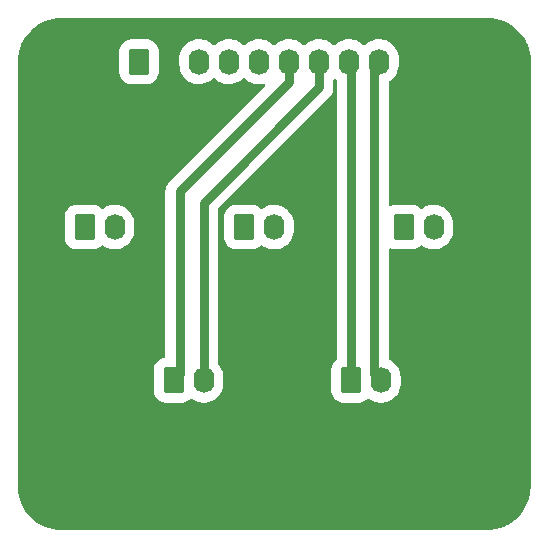
<source format=gbr>
%TF.GenerationSoftware,KiCad,Pcbnew,(6.0.0-rc1-76-g1e8284bc1a)*%
%TF.CreationDate,2022-09-28T09:07:56+05:30*%
%TF.ProjectId,extension_Board,65787465-6e73-4696-9f6e-5f426f617264,rev?*%
%TF.SameCoordinates,Original*%
%TF.FileFunction,Copper,L2,Bot*%
%TF.FilePolarity,Positive*%
%FSLAX46Y46*%
G04 Gerber Fmt 4.6, Leading zero omitted, Abs format (unit mm)*
G04 Created by KiCad (PCBNEW (6.0.0-rc1-76-g1e8284bc1a)) date 2022-09-28 09:07:56*
%MOMM*%
%LPD*%
G01*
G04 APERTURE LIST*
G04 Aperture macros list*
%AMRoundRect*
0 Rectangle with rounded corners*
0 $1 Rounding radius*
0 $2 $3 $4 $5 $6 $7 $8 $9 X,Y pos of 4 corners*
0 Add a 4 corners polygon primitive as box body*
4,1,4,$2,$3,$4,$5,$6,$7,$8,$9,$2,$3,0*
0 Add four circle primitives for the rounded corners*
1,1,$1+$1,$2,$3*
1,1,$1+$1,$4,$5*
1,1,$1+$1,$6,$7*
1,1,$1+$1,$8,$9*
0 Add four rect primitives between the rounded corners*
20,1,$1+$1,$2,$3,$4,$5,0*
20,1,$1+$1,$4,$5,$6,$7,0*
20,1,$1+$1,$6,$7,$8,$9,0*
20,1,$1+$1,$8,$9,$2,$3,0*%
G04 Aperture macros list end*
%TA.AperFunction,ComponentPad*%
%ADD10RoundRect,0.250000X-0.620000X-0.845000X0.620000X-0.845000X0.620000X0.845000X-0.620000X0.845000X0*%
%TD*%
%TA.AperFunction,ComponentPad*%
%ADD11O,1.740000X2.190000*%
%TD*%
%TA.AperFunction,ComponentPad*%
%ADD12C,6.000000*%
%TD*%
%TA.AperFunction,Conductor*%
%ADD13C,0.800000*%
%TD*%
G04 APERTURE END LIST*
D10*
%TO.P,J6,1,Pin_1*%
%TO.N,/M1+*%
X49000000Y-56500000D03*
D11*
%TO.P,J6,2,Pin_2*%
%TO.N,/M1-*%
X51540000Y-56500000D03*
%TD*%
D12*
%TO.P,H3,1*%
%TO.N,GNDREF*%
X75500000Y-65500000D03*
%TD*%
D10*
%TO.P,J3,1,Pin_1*%
%TO.N,+24V*%
X54960000Y-43520000D03*
D11*
%TO.P,J3,2,Pin_2*%
%TO.N,/sensor2*%
X57500000Y-43520000D03*
%TO.P,J3,3,Pin_3*%
%TO.N,GNDREF*%
X60040000Y-43520000D03*
%TD*%
D12*
%TO.P,H2,1*%
%TO.N,GNDREF*%
X75500000Y-29500000D03*
%TD*%
D10*
%TO.P,J4,1,Pin_1*%
%TO.N,+24V*%
X68460000Y-43520000D03*
D11*
%TO.P,J4,2,Pin_2*%
%TO.N,/sensor3*%
X71000000Y-43520000D03*
%TO.P,J4,3,Pin_3*%
%TO.N,GNDREF*%
X73540000Y-43520000D03*
%TD*%
D10*
%TO.P,J5,1,Pin_1*%
%TO.N,/M2+*%
X64000000Y-56500000D03*
D11*
%TO.P,J5,2,Pin_2*%
%TO.N,/M2-*%
X66540000Y-56500000D03*
%TD*%
D12*
%TO.P,H4,1*%
%TO.N,GNDREF*%
X39500000Y-65500000D03*
%TD*%
%TO.P,H1,1*%
%TO.N,GNDREF*%
X39500000Y-29500000D03*
%TD*%
D10*
%TO.P,J2,1,Pin_1*%
%TO.N,+24V*%
X41460000Y-43520000D03*
D11*
%TO.P,J2,2,Pin_2*%
%TO.N,/sensor1*%
X44000000Y-43520000D03*
%TO.P,J2,3,Pin_3*%
%TO.N,GNDREF*%
X46540000Y-43520000D03*
%TD*%
D10*
%TO.P,J1,1,Pin_1*%
%TO.N,+24V*%
X46070000Y-29520000D03*
D11*
%TO.P,J1,2,Pin_2*%
%TO.N,GNDREF*%
X48610000Y-29520000D03*
%TO.P,J1,3,Pin_3*%
%TO.N,/sensor1*%
X51150000Y-29520000D03*
%TO.P,J1,4,Pin_4*%
%TO.N,/sensor2*%
X53690000Y-29520000D03*
%TO.P,J1,5,Pin_5*%
%TO.N,/sensor3*%
X56230000Y-29520000D03*
%TO.P,J1,6,Pin_6*%
%TO.N,/M1+*%
X58770000Y-29520000D03*
%TO.P,J1,7,Pin_7*%
%TO.N,/M1-*%
X61310000Y-29520000D03*
%TO.P,J1,8,Pin_8*%
%TO.N,/M2+*%
X63850000Y-29520000D03*
%TO.P,J1,9,Pin_9*%
%TO.N,/M2-*%
X66390000Y-29520000D03*
%TO.P,J1,10,Pin_10*%
%TO.N,GNDREF*%
X68930000Y-29520000D03*
%TD*%
D13*
%TO.N,/M1+*%
X58770000Y-29520000D02*
X58770000Y-31230000D01*
X49500000Y-56000000D02*
X49000000Y-56500000D01*
X49500000Y-40500000D02*
X49500000Y-56000000D01*
X58770000Y-31230000D02*
X49500000Y-40500000D01*
%TO.N,/M1-*%
X51540000Y-56500000D02*
X51540000Y-41460000D01*
X61310000Y-31690000D02*
X61310000Y-29520000D01*
X51540000Y-41460000D02*
X61310000Y-31690000D01*
%TO.N,/M2+*%
X63850000Y-29520000D02*
X64000000Y-29670000D01*
X64000000Y-29670000D02*
X64000000Y-56500000D01*
%TO.N,/M2-*%
X66000000Y-55960000D02*
X66540000Y-56500000D01*
X66000000Y-29910000D02*
X66000000Y-55960000D01*
X66390000Y-29520000D02*
X66000000Y-29910000D01*
%TD*%
%TA.AperFunction,Conductor*%
%TO.N,GNDREF*%
G36*
X75484344Y-25806969D02*
G01*
X75500099Y-25807962D01*
X75531779Y-25811965D01*
X75549404Y-25810237D01*
X75560177Y-25809181D01*
X75578653Y-25808732D01*
X75698400Y-25814614D01*
X75899505Y-25824494D01*
X75911801Y-25825704D01*
X76258738Y-25877168D01*
X76270844Y-25879575D01*
X76597523Y-25961404D01*
X76611065Y-25964796D01*
X76622897Y-25968385D01*
X76953120Y-26086541D01*
X76964544Y-26091273D01*
X77139987Y-26174251D01*
X77266833Y-26234245D01*
X77281593Y-26241226D01*
X77292498Y-26247055D01*
X77593323Y-26427363D01*
X77603604Y-26434233D01*
X77885303Y-26643155D01*
X77894861Y-26650999D01*
X78154728Y-26886528D01*
X78163472Y-26895272D01*
X78399001Y-27155139D01*
X78406845Y-27164697D01*
X78615767Y-27446396D01*
X78622637Y-27456677D01*
X78800796Y-27753916D01*
X78802945Y-27757502D01*
X78808772Y-27768403D01*
X78838410Y-27831068D01*
X78958727Y-28085456D01*
X78963459Y-28096880D01*
X79081615Y-28427103D01*
X79085204Y-28438934D01*
X79170425Y-28779156D01*
X79172832Y-28791262D01*
X79224295Y-29138194D01*
X79225506Y-29150495D01*
X79240685Y-29459465D01*
X79239843Y-29481426D01*
X79238035Y-29495741D01*
X79242386Y-29540110D01*
X79242987Y-29552489D01*
X79234217Y-42176183D01*
X79218059Y-65434162D01*
X79217066Y-65449863D01*
X79214455Y-65470540D01*
X79213035Y-65481779D01*
X79213722Y-65488786D01*
X79213722Y-65488790D01*
X79215819Y-65510177D01*
X79216268Y-65528653D01*
X79200507Y-65849500D01*
X79199296Y-65861801D01*
X79189022Y-65931063D01*
X79147834Y-66208729D01*
X79145425Y-66220844D01*
X79109036Y-66366116D01*
X79060204Y-66561065D01*
X79056615Y-66572897D01*
X78938459Y-66903120D01*
X78933727Y-66914544D01*
X78783774Y-67231593D01*
X78777945Y-67242498D01*
X78597637Y-67543323D01*
X78590767Y-67553604D01*
X78381845Y-67835303D01*
X78374001Y-67844861D01*
X78138472Y-68104728D01*
X78129728Y-68113472D01*
X77869861Y-68349001D01*
X77860303Y-68356845D01*
X77578604Y-68565767D01*
X77568323Y-68572637D01*
X77267498Y-68752945D01*
X77256593Y-68758774D01*
X76939544Y-68908727D01*
X76928120Y-68913459D01*
X76597897Y-69031615D01*
X76586066Y-69035204D01*
X76245844Y-69120425D01*
X76233738Y-69122832D01*
X75886801Y-69174296D01*
X75874505Y-69175506D01*
X75565535Y-69190685D01*
X75543574Y-69189843D01*
X75529259Y-69188035D01*
X75488568Y-69192025D01*
X75484560Y-69192418D01*
X75472264Y-69193019D01*
X39565597Y-69193019D01*
X39549805Y-69192025D01*
X39547414Y-69191723D01*
X39518221Y-69188035D01*
X39500596Y-69189763D01*
X39489823Y-69190819D01*
X39471347Y-69191268D01*
X39351600Y-69185386D01*
X39150495Y-69175506D01*
X39138199Y-69174296D01*
X38791262Y-69122832D01*
X38779156Y-69120425D01*
X38438934Y-69035204D01*
X38427103Y-69031615D01*
X38096880Y-68913459D01*
X38085456Y-68908727D01*
X37768407Y-68758774D01*
X37757502Y-68752945D01*
X37456677Y-68572637D01*
X37446396Y-68565767D01*
X37164697Y-68356845D01*
X37155139Y-68349001D01*
X36895272Y-68113472D01*
X36886528Y-68104728D01*
X36650999Y-67844861D01*
X36643155Y-67835303D01*
X36434233Y-67553604D01*
X36427363Y-67543323D01*
X36247055Y-67242498D01*
X36241226Y-67231593D01*
X36091273Y-66914544D01*
X36086541Y-66903120D01*
X35968385Y-66572897D01*
X35964796Y-66561065D01*
X35915964Y-66366116D01*
X35879575Y-66220844D01*
X35877166Y-66208729D01*
X35835979Y-65931063D01*
X35825704Y-65861801D01*
X35824493Y-65849500D01*
X35809315Y-65540535D01*
X35810157Y-65518574D01*
X35811965Y-65504259D01*
X35807574Y-65459473D01*
X35806973Y-65447202D01*
X35805054Y-55554663D01*
X47329500Y-55554663D01*
X47329501Y-57445336D01*
X47329821Y-57451673D01*
X47370541Y-57653623D01*
X47449711Y-57843817D01*
X47564316Y-58015011D01*
X47709989Y-58160684D01*
X47881183Y-58275289D01*
X48071377Y-58354459D01*
X48273327Y-58395179D01*
X48277993Y-58395415D01*
X48277998Y-58395416D01*
X48278075Y-58395420D01*
X48278093Y-58395420D01*
X48279663Y-58395500D01*
X48281260Y-58395500D01*
X49003398Y-58395499D01*
X49720336Y-58395499D01*
X49721892Y-58395420D01*
X49721909Y-58395420D01*
X49722003Y-58395415D01*
X49722005Y-58395415D01*
X49726673Y-58395179D01*
X49928623Y-58354459D01*
X50118817Y-58275289D01*
X50290011Y-58160684D01*
X50373393Y-58077302D01*
X50435705Y-58043276D01*
X50506520Y-58048341D01*
X50531936Y-58061264D01*
X50725186Y-58188932D01*
X50729527Y-58190933D01*
X50729532Y-58190936D01*
X50951645Y-58293331D01*
X50951648Y-58293332D01*
X50955997Y-58295337D01*
X50960599Y-58296661D01*
X51195654Y-58364285D01*
X51195659Y-58364286D01*
X51200247Y-58365606D01*
X51395115Y-58390742D01*
X51447578Y-58397509D01*
X51447580Y-58397509D01*
X51452316Y-58398120D01*
X51587059Y-58394945D01*
X51701622Y-58392245D01*
X51701627Y-58392245D01*
X51706402Y-58392132D01*
X51787283Y-58377798D01*
X51951955Y-58348614D01*
X51951959Y-58348613D01*
X51956659Y-58347780D01*
X52197328Y-58266084D01*
X52422870Y-58148924D01*
X52628096Y-57998996D01*
X52634701Y-57992426D01*
X52778944Y-57848936D01*
X52808282Y-57819751D01*
X52811123Y-57815905D01*
X52811127Y-57815900D01*
X52956437Y-57619166D01*
X52956438Y-57619165D01*
X52959282Y-57615314D01*
X53042964Y-57456261D01*
X53075397Y-57394616D01*
X53075399Y-57394611D01*
X53077621Y-57390388D01*
X53160576Y-57150150D01*
X53206238Y-56900129D01*
X53210500Y-56818804D01*
X53210500Y-56210375D01*
X53196138Y-56021575D01*
X53138750Y-55773982D01*
X53044570Y-55537919D01*
X52915767Y-55318817D01*
X52844098Y-55230786D01*
X52768788Y-55138282D01*
X52741291Y-55072826D01*
X52740500Y-55058731D01*
X52740500Y-42574663D01*
X53289500Y-42574663D01*
X53289501Y-44465336D01*
X53289821Y-44471673D01*
X53330541Y-44673623D01*
X53409711Y-44863817D01*
X53524316Y-45035011D01*
X53669989Y-45180684D01*
X53841183Y-45295289D01*
X54031377Y-45374459D01*
X54233327Y-45415179D01*
X54237993Y-45415415D01*
X54237998Y-45415416D01*
X54238075Y-45415420D01*
X54238093Y-45415420D01*
X54239663Y-45415500D01*
X54241260Y-45415500D01*
X54963398Y-45415499D01*
X55680336Y-45415499D01*
X55681892Y-45415420D01*
X55681909Y-45415420D01*
X55682003Y-45415415D01*
X55682005Y-45415415D01*
X55686673Y-45415179D01*
X55888623Y-45374459D01*
X56078817Y-45295289D01*
X56250011Y-45180684D01*
X56333393Y-45097302D01*
X56395705Y-45063276D01*
X56466520Y-45068341D01*
X56491936Y-45081264D01*
X56685186Y-45208932D01*
X56689527Y-45210933D01*
X56689532Y-45210936D01*
X56911645Y-45313331D01*
X56911648Y-45313332D01*
X56915997Y-45315337D01*
X56920599Y-45316661D01*
X57155654Y-45384285D01*
X57155659Y-45384286D01*
X57160247Y-45385606D01*
X57355115Y-45410742D01*
X57407578Y-45417509D01*
X57407580Y-45417509D01*
X57412316Y-45418120D01*
X57547059Y-45414945D01*
X57661622Y-45412245D01*
X57661627Y-45412245D01*
X57666402Y-45412132D01*
X57747283Y-45397798D01*
X57911955Y-45368614D01*
X57911959Y-45368613D01*
X57916659Y-45367780D01*
X58157328Y-45286084D01*
X58382870Y-45168924D01*
X58588096Y-45018996D01*
X58594701Y-45012426D01*
X58738944Y-44868936D01*
X58768282Y-44839751D01*
X58771123Y-44835905D01*
X58771127Y-44835900D01*
X58916437Y-44639166D01*
X58916438Y-44639165D01*
X58919282Y-44635314D01*
X59002964Y-44476261D01*
X59035397Y-44414616D01*
X59035399Y-44414611D01*
X59037621Y-44410388D01*
X59120576Y-44170150D01*
X59166238Y-43920129D01*
X59170500Y-43838804D01*
X59170500Y-43230375D01*
X59156138Y-43041575D01*
X59098750Y-42793982D01*
X59004570Y-42557919D01*
X58875767Y-42338817D01*
X58715304Y-42141720D01*
X58569900Y-42010107D01*
X58530421Y-41974372D01*
X58530417Y-41974369D01*
X58526874Y-41971162D01*
X58522889Y-41968530D01*
X58522886Y-41968527D01*
X58318806Y-41833705D01*
X58318804Y-41833704D01*
X58314814Y-41831068D01*
X58310473Y-41829067D01*
X58310468Y-41829064D01*
X58088355Y-41726669D01*
X58088352Y-41726668D01*
X58084003Y-41724663D01*
X58021600Y-41706710D01*
X57844346Y-41655715D01*
X57844341Y-41655714D01*
X57839753Y-41654394D01*
X57644885Y-41629258D01*
X57592422Y-41622491D01*
X57592420Y-41622491D01*
X57587684Y-41621880D01*
X57452941Y-41625055D01*
X57338378Y-41627755D01*
X57338373Y-41627755D01*
X57333598Y-41627868D01*
X57252717Y-41642202D01*
X57088045Y-41671386D01*
X57088041Y-41671387D01*
X57083341Y-41672220D01*
X56842672Y-41753916D01*
X56617130Y-41871076D01*
X56613276Y-41873891D01*
X56613272Y-41873894D01*
X56569747Y-41905692D01*
X56498910Y-41957442D01*
X56432107Y-41981474D01*
X56362914Y-41965575D01*
X56335489Y-41944794D01*
X56250011Y-41859316D01*
X56078817Y-41744711D01*
X55888623Y-41665541D01*
X55686673Y-41624821D01*
X55682007Y-41624585D01*
X55682002Y-41624584D01*
X55681925Y-41624580D01*
X55681907Y-41624580D01*
X55680337Y-41624500D01*
X55678740Y-41624500D01*
X54956602Y-41624501D01*
X54239664Y-41624501D01*
X54238108Y-41624580D01*
X54238091Y-41624580D01*
X54237997Y-41624585D01*
X54237995Y-41624585D01*
X54233327Y-41624821D01*
X54031377Y-41665541D01*
X53841183Y-41744711D01*
X53669989Y-41859316D01*
X53524316Y-42004989D01*
X53409711Y-42176183D01*
X53330541Y-42366377D01*
X53289821Y-42568327D01*
X53289500Y-42574663D01*
X52740500Y-42574663D01*
X52740500Y-42009454D01*
X52760502Y-41941333D01*
X52777405Y-41920359D01*
X62127251Y-32570513D01*
X62133269Y-32564876D01*
X62180196Y-32523722D01*
X62184543Y-32519910D01*
X62242100Y-32446899D01*
X62244138Y-32444381D01*
X62303602Y-32372883D01*
X62306498Y-32367713D01*
X62317471Y-32351291D01*
X62317562Y-32351176D01*
X62317565Y-32351171D01*
X62321137Y-32346640D01*
X62364415Y-32264383D01*
X62365989Y-32261483D01*
X62408586Y-32185422D01*
X62408587Y-32185420D01*
X62411410Y-32180379D01*
X62413310Y-32174780D01*
X62421116Y-32156613D01*
X62421180Y-32156492D01*
X62421183Y-32156485D01*
X62423869Y-32151380D01*
X62451431Y-32062618D01*
X62452450Y-32059482D01*
X62480476Y-31976920D01*
X62480477Y-31976915D01*
X62482332Y-31971451D01*
X62483182Y-31965591D01*
X62487542Y-31946322D01*
X62487582Y-31946193D01*
X62487584Y-31946184D01*
X62489297Y-31940667D01*
X62500224Y-31848348D01*
X62500655Y-31845079D01*
X62513162Y-31758814D01*
X62513991Y-31753098D01*
X62510597Y-31666714D01*
X62510500Y-31661767D01*
X62510500Y-31069863D01*
X62530502Y-31001742D01*
X62584158Y-30955249D01*
X62654432Y-30945145D01*
X62721053Y-30976447D01*
X62758057Y-31009941D01*
X62795137Y-31070483D01*
X62799500Y-31103354D01*
X62799500Y-54712115D01*
X62779498Y-54780236D01*
X62743594Y-54816818D01*
X62715114Y-54835884D01*
X62715107Y-54835890D01*
X62709989Y-54839316D01*
X62564316Y-54984989D01*
X62449711Y-55156183D01*
X62370541Y-55346377D01*
X62329821Y-55548327D01*
X62329500Y-55554663D01*
X62329501Y-57445336D01*
X62329821Y-57451673D01*
X62370541Y-57653623D01*
X62449711Y-57843817D01*
X62564316Y-58015011D01*
X62709989Y-58160684D01*
X62881183Y-58275289D01*
X63071377Y-58354459D01*
X63273327Y-58395179D01*
X63277993Y-58395415D01*
X63277998Y-58395416D01*
X63278075Y-58395420D01*
X63278093Y-58395420D01*
X63279663Y-58395500D01*
X63281260Y-58395500D01*
X64003398Y-58395499D01*
X64720336Y-58395499D01*
X64721892Y-58395420D01*
X64721909Y-58395420D01*
X64722003Y-58395415D01*
X64722005Y-58395415D01*
X64726673Y-58395179D01*
X64928623Y-58354459D01*
X65118817Y-58275289D01*
X65290011Y-58160684D01*
X65373393Y-58077302D01*
X65435705Y-58043276D01*
X65506520Y-58048341D01*
X65531936Y-58061264D01*
X65725186Y-58188932D01*
X65729527Y-58190933D01*
X65729532Y-58190936D01*
X65951645Y-58293331D01*
X65951648Y-58293332D01*
X65955997Y-58295337D01*
X65960599Y-58296661D01*
X66195654Y-58364285D01*
X66195659Y-58364286D01*
X66200247Y-58365606D01*
X66395115Y-58390742D01*
X66447578Y-58397509D01*
X66447580Y-58397509D01*
X66452316Y-58398120D01*
X66587059Y-58394945D01*
X66701622Y-58392245D01*
X66701627Y-58392245D01*
X66706402Y-58392132D01*
X66787283Y-58377798D01*
X66951955Y-58348614D01*
X66951959Y-58348613D01*
X66956659Y-58347780D01*
X67197328Y-58266084D01*
X67422870Y-58148924D01*
X67628096Y-57998996D01*
X67634701Y-57992426D01*
X67778944Y-57848936D01*
X67808282Y-57819751D01*
X67811123Y-57815905D01*
X67811127Y-57815900D01*
X67956437Y-57619166D01*
X67956438Y-57619165D01*
X67959282Y-57615314D01*
X68042964Y-57456261D01*
X68075397Y-57394616D01*
X68075399Y-57394611D01*
X68077621Y-57390388D01*
X68160576Y-57150150D01*
X68206238Y-56900129D01*
X68210500Y-56818804D01*
X68210500Y-56210375D01*
X68196138Y-56021575D01*
X68138750Y-55773982D01*
X68044570Y-55537919D01*
X67915767Y-55318817D01*
X67755304Y-55121720D01*
X67599430Y-54980630D01*
X67570421Y-54954372D01*
X67570417Y-54954369D01*
X67566874Y-54951162D01*
X67562889Y-54948530D01*
X67562886Y-54948527D01*
X67358806Y-54813705D01*
X67358804Y-54813704D01*
X67354814Y-54811068D01*
X67273748Y-54773696D01*
X67220259Y-54727011D01*
X67200500Y-54659270D01*
X67200500Y-45425658D01*
X67220502Y-45357537D01*
X67274158Y-45311044D01*
X67344432Y-45300940D01*
X67374921Y-45309333D01*
X67490724Y-45357537D01*
X67531377Y-45374459D01*
X67733327Y-45415179D01*
X67737993Y-45415415D01*
X67737998Y-45415416D01*
X67738075Y-45415420D01*
X67738093Y-45415420D01*
X67739663Y-45415500D01*
X67741260Y-45415500D01*
X68463398Y-45415499D01*
X69180336Y-45415499D01*
X69181892Y-45415420D01*
X69181909Y-45415420D01*
X69182003Y-45415415D01*
X69182005Y-45415415D01*
X69186673Y-45415179D01*
X69388623Y-45374459D01*
X69578817Y-45295289D01*
X69750011Y-45180684D01*
X69833393Y-45097302D01*
X69895705Y-45063276D01*
X69966520Y-45068341D01*
X69991936Y-45081264D01*
X70185186Y-45208932D01*
X70189527Y-45210933D01*
X70189532Y-45210936D01*
X70411645Y-45313331D01*
X70411648Y-45313332D01*
X70415997Y-45315337D01*
X70420599Y-45316661D01*
X70655654Y-45384285D01*
X70655659Y-45384286D01*
X70660247Y-45385606D01*
X70855115Y-45410742D01*
X70907578Y-45417509D01*
X70907580Y-45417509D01*
X70912316Y-45418120D01*
X71047059Y-45414945D01*
X71161622Y-45412245D01*
X71161627Y-45412245D01*
X71166402Y-45412132D01*
X71247283Y-45397798D01*
X71411955Y-45368614D01*
X71411959Y-45368613D01*
X71416659Y-45367780D01*
X71657328Y-45286084D01*
X71882870Y-45168924D01*
X72088096Y-45018996D01*
X72094701Y-45012426D01*
X72238944Y-44868936D01*
X72268282Y-44839751D01*
X72271123Y-44835905D01*
X72271127Y-44835900D01*
X72416437Y-44639166D01*
X72416438Y-44639165D01*
X72419282Y-44635314D01*
X72502964Y-44476261D01*
X72535397Y-44414616D01*
X72535399Y-44414611D01*
X72537621Y-44410388D01*
X72620576Y-44170150D01*
X72666238Y-43920129D01*
X72670500Y-43838804D01*
X72670500Y-43230375D01*
X72656138Y-43041575D01*
X72598750Y-42793982D01*
X72504570Y-42557919D01*
X72375767Y-42338817D01*
X72215304Y-42141720D01*
X72069900Y-42010107D01*
X72030421Y-41974372D01*
X72030417Y-41974369D01*
X72026874Y-41971162D01*
X72022889Y-41968530D01*
X72022886Y-41968527D01*
X71818806Y-41833705D01*
X71818804Y-41833704D01*
X71814814Y-41831068D01*
X71810473Y-41829067D01*
X71810468Y-41829064D01*
X71588355Y-41726669D01*
X71588352Y-41726668D01*
X71584003Y-41724663D01*
X71521600Y-41706710D01*
X71344346Y-41655715D01*
X71344341Y-41655714D01*
X71339753Y-41654394D01*
X71144885Y-41629258D01*
X71092422Y-41622491D01*
X71092420Y-41622491D01*
X71087684Y-41621880D01*
X70952941Y-41625055D01*
X70838378Y-41627755D01*
X70838373Y-41627755D01*
X70833598Y-41627868D01*
X70752717Y-41642202D01*
X70588045Y-41671386D01*
X70588041Y-41671387D01*
X70583341Y-41672220D01*
X70342672Y-41753916D01*
X70117130Y-41871076D01*
X70113276Y-41873891D01*
X70113272Y-41873894D01*
X70069747Y-41905692D01*
X69998910Y-41957442D01*
X69932107Y-41981474D01*
X69862914Y-41965575D01*
X69835489Y-41944794D01*
X69750011Y-41859316D01*
X69578817Y-41744711D01*
X69388623Y-41665541D01*
X69186673Y-41624821D01*
X69182007Y-41624585D01*
X69182002Y-41624584D01*
X69181925Y-41624580D01*
X69181907Y-41624580D01*
X69180337Y-41624500D01*
X69178740Y-41624500D01*
X68456602Y-41624501D01*
X67739664Y-41624501D01*
X67738108Y-41624580D01*
X67738091Y-41624580D01*
X67737997Y-41624585D01*
X67737995Y-41624585D01*
X67733327Y-41624821D01*
X67531377Y-41665541D01*
X67525693Y-41667907D01*
X67374921Y-41730667D01*
X67304345Y-41738379D01*
X67240802Y-41706710D01*
X67204468Y-41645715D01*
X67200500Y-41614342D01*
X67200500Y-31283051D01*
X67220502Y-31214930D01*
X67264996Y-31174357D01*
X67264558Y-31173651D01*
X67268346Y-31171302D01*
X67268419Y-31171236D01*
X67272870Y-31168924D01*
X67478096Y-31018996D01*
X67520868Y-30976448D01*
X67603177Y-30894568D01*
X67658282Y-30839751D01*
X67661123Y-30835905D01*
X67661127Y-30835900D01*
X67806437Y-30639166D01*
X67806438Y-30639165D01*
X67809282Y-30635314D01*
X67892964Y-30476261D01*
X67925397Y-30414616D01*
X67925399Y-30414611D01*
X67927621Y-30410388D01*
X68010576Y-30170150D01*
X68056238Y-29920129D01*
X68060500Y-29838804D01*
X68060500Y-29230375D01*
X68051792Y-29115901D01*
X68046501Y-29046342D01*
X68046500Y-29046337D01*
X68046138Y-29041575D01*
X67988750Y-28793982D01*
X67894570Y-28557919D01*
X67820519Y-28431954D01*
X67768194Y-28342945D01*
X67768192Y-28342942D01*
X67765767Y-28338817D01*
X67605304Y-28141720D01*
X67535432Y-28078475D01*
X67420421Y-27974372D01*
X67420417Y-27974369D01*
X67416874Y-27971162D01*
X67412889Y-27968530D01*
X67412886Y-27968527D01*
X67208806Y-27833705D01*
X67208804Y-27833704D01*
X67204814Y-27831068D01*
X67200473Y-27829067D01*
X67200468Y-27829064D01*
X66978355Y-27726669D01*
X66978352Y-27726668D01*
X66974003Y-27724663D01*
X66969401Y-27723339D01*
X66734346Y-27655715D01*
X66734341Y-27655714D01*
X66729753Y-27654394D01*
X66534885Y-27629258D01*
X66482422Y-27622491D01*
X66482420Y-27622491D01*
X66477684Y-27621880D01*
X66342941Y-27625055D01*
X66228378Y-27627755D01*
X66228373Y-27627755D01*
X66223598Y-27627868D01*
X66142717Y-27642202D01*
X65978045Y-27671386D01*
X65978041Y-27671387D01*
X65973341Y-27672220D01*
X65732672Y-27753916D01*
X65507130Y-27871076D01*
X65301904Y-28021004D01*
X65210415Y-28112015D01*
X65148016Y-28145875D01*
X65077213Y-28140625D01*
X65037000Y-28116100D01*
X64880421Y-27974372D01*
X64880417Y-27974369D01*
X64876874Y-27971162D01*
X64872889Y-27968530D01*
X64872886Y-27968527D01*
X64668806Y-27833705D01*
X64668804Y-27833704D01*
X64664814Y-27831068D01*
X64660473Y-27829067D01*
X64660468Y-27829064D01*
X64438355Y-27726669D01*
X64438352Y-27726668D01*
X64434003Y-27724663D01*
X64429401Y-27723339D01*
X64194346Y-27655715D01*
X64194341Y-27655714D01*
X64189753Y-27654394D01*
X63994885Y-27629258D01*
X63942422Y-27622491D01*
X63942420Y-27622491D01*
X63937684Y-27621880D01*
X63802941Y-27625055D01*
X63688378Y-27627755D01*
X63688373Y-27627755D01*
X63683598Y-27627868D01*
X63602717Y-27642202D01*
X63438045Y-27671386D01*
X63438041Y-27671387D01*
X63433341Y-27672220D01*
X63192672Y-27753916D01*
X62967130Y-27871076D01*
X62761904Y-28021004D01*
X62670415Y-28112015D01*
X62608016Y-28145875D01*
X62537213Y-28140625D01*
X62497000Y-28116100D01*
X62340421Y-27974372D01*
X62340417Y-27974369D01*
X62336874Y-27971162D01*
X62332889Y-27968530D01*
X62332886Y-27968527D01*
X62128806Y-27833705D01*
X62128804Y-27833704D01*
X62124814Y-27831068D01*
X62120473Y-27829067D01*
X62120468Y-27829064D01*
X61898355Y-27726669D01*
X61898352Y-27726668D01*
X61894003Y-27724663D01*
X61889401Y-27723339D01*
X61654346Y-27655715D01*
X61654341Y-27655714D01*
X61649753Y-27654394D01*
X61454885Y-27629258D01*
X61402422Y-27622491D01*
X61402420Y-27622491D01*
X61397684Y-27621880D01*
X61262941Y-27625055D01*
X61148378Y-27627755D01*
X61148373Y-27627755D01*
X61143598Y-27627868D01*
X61062717Y-27642202D01*
X60898045Y-27671386D01*
X60898041Y-27671387D01*
X60893341Y-27672220D01*
X60652672Y-27753916D01*
X60427130Y-27871076D01*
X60221904Y-28021004D01*
X60130415Y-28112015D01*
X60068016Y-28145875D01*
X59997213Y-28140625D01*
X59957000Y-28116100D01*
X59800421Y-27974372D01*
X59800417Y-27974369D01*
X59796874Y-27971162D01*
X59792889Y-27968530D01*
X59792886Y-27968527D01*
X59588806Y-27833705D01*
X59588804Y-27833704D01*
X59584814Y-27831068D01*
X59580473Y-27829067D01*
X59580468Y-27829064D01*
X59358355Y-27726669D01*
X59358352Y-27726668D01*
X59354003Y-27724663D01*
X59349401Y-27723339D01*
X59114346Y-27655715D01*
X59114341Y-27655714D01*
X59109753Y-27654394D01*
X58914885Y-27629258D01*
X58862422Y-27622491D01*
X58862420Y-27622491D01*
X58857684Y-27621880D01*
X58722941Y-27625055D01*
X58608378Y-27627755D01*
X58608373Y-27627755D01*
X58603598Y-27627868D01*
X58522717Y-27642202D01*
X58358045Y-27671386D01*
X58358041Y-27671387D01*
X58353341Y-27672220D01*
X58112672Y-27753916D01*
X57887130Y-27871076D01*
X57681904Y-28021004D01*
X57590415Y-28112015D01*
X57528016Y-28145875D01*
X57457213Y-28140625D01*
X57417000Y-28116100D01*
X57260421Y-27974372D01*
X57260417Y-27974369D01*
X57256874Y-27971162D01*
X57252889Y-27968530D01*
X57252886Y-27968527D01*
X57048806Y-27833705D01*
X57048804Y-27833704D01*
X57044814Y-27831068D01*
X57040473Y-27829067D01*
X57040468Y-27829064D01*
X56818355Y-27726669D01*
X56818352Y-27726668D01*
X56814003Y-27724663D01*
X56809401Y-27723339D01*
X56574346Y-27655715D01*
X56574341Y-27655714D01*
X56569753Y-27654394D01*
X56374885Y-27629258D01*
X56322422Y-27622491D01*
X56322420Y-27622491D01*
X56317684Y-27621880D01*
X56182941Y-27625055D01*
X56068378Y-27627755D01*
X56068373Y-27627755D01*
X56063598Y-27627868D01*
X55982717Y-27642202D01*
X55818045Y-27671386D01*
X55818041Y-27671387D01*
X55813341Y-27672220D01*
X55572672Y-27753916D01*
X55347130Y-27871076D01*
X55141904Y-28021004D01*
X55050415Y-28112015D01*
X54988016Y-28145875D01*
X54917213Y-28140625D01*
X54877000Y-28116100D01*
X54720421Y-27974372D01*
X54720417Y-27974369D01*
X54716874Y-27971162D01*
X54712889Y-27968530D01*
X54712886Y-27968527D01*
X54508806Y-27833705D01*
X54508804Y-27833704D01*
X54504814Y-27831068D01*
X54500473Y-27829067D01*
X54500468Y-27829064D01*
X54278355Y-27726669D01*
X54278352Y-27726668D01*
X54274003Y-27724663D01*
X54269401Y-27723339D01*
X54034346Y-27655715D01*
X54034341Y-27655714D01*
X54029753Y-27654394D01*
X53834885Y-27629258D01*
X53782422Y-27622491D01*
X53782420Y-27622491D01*
X53777684Y-27621880D01*
X53642941Y-27625055D01*
X53528378Y-27627755D01*
X53528373Y-27627755D01*
X53523598Y-27627868D01*
X53442717Y-27642202D01*
X53278045Y-27671386D01*
X53278041Y-27671387D01*
X53273341Y-27672220D01*
X53032672Y-27753916D01*
X52807130Y-27871076D01*
X52601904Y-28021004D01*
X52510415Y-28112015D01*
X52448016Y-28145875D01*
X52377213Y-28140625D01*
X52337000Y-28116100D01*
X52180421Y-27974372D01*
X52180417Y-27974369D01*
X52176874Y-27971162D01*
X52172889Y-27968530D01*
X52172886Y-27968527D01*
X51968806Y-27833705D01*
X51968804Y-27833704D01*
X51964814Y-27831068D01*
X51960473Y-27829067D01*
X51960468Y-27829064D01*
X51738355Y-27726669D01*
X51738352Y-27726668D01*
X51734003Y-27724663D01*
X51729401Y-27723339D01*
X51494346Y-27655715D01*
X51494341Y-27655714D01*
X51489753Y-27654394D01*
X51294885Y-27629258D01*
X51242422Y-27622491D01*
X51242420Y-27622491D01*
X51237684Y-27621880D01*
X51102941Y-27625055D01*
X50988378Y-27627755D01*
X50988373Y-27627755D01*
X50983598Y-27627868D01*
X50902717Y-27642202D01*
X50738045Y-27671386D01*
X50738041Y-27671387D01*
X50733341Y-27672220D01*
X50492672Y-27753916D01*
X50267130Y-27871076D01*
X50061904Y-28021004D01*
X49881718Y-28200249D01*
X49878877Y-28204095D01*
X49878873Y-28204100D01*
X49754554Y-28372415D01*
X49730718Y-28404686D01*
X49728492Y-28408916D01*
X49728490Y-28408920D01*
X49640449Y-28576260D01*
X49612379Y-28629612D01*
X49529424Y-28869850D01*
X49483762Y-29119871D01*
X49479500Y-29201196D01*
X49479500Y-29809625D01*
X49493862Y-29998425D01*
X49551250Y-30246018D01*
X49645430Y-30482081D01*
X49774233Y-30701183D01*
X49934696Y-30898280D01*
X49949500Y-30911680D01*
X50119579Y-31065628D01*
X50119583Y-31065631D01*
X50123126Y-31068838D01*
X50127111Y-31071470D01*
X50127114Y-31071473D01*
X50328091Y-31204245D01*
X50335186Y-31208932D01*
X50339527Y-31210933D01*
X50339532Y-31210936D01*
X50561645Y-31313331D01*
X50561648Y-31313332D01*
X50565997Y-31315337D01*
X50570599Y-31316661D01*
X50805654Y-31384285D01*
X50805659Y-31384286D01*
X50810247Y-31385606D01*
X51005115Y-31410742D01*
X51057578Y-31417509D01*
X51057580Y-31417509D01*
X51062316Y-31418120D01*
X51197059Y-31414945D01*
X51311622Y-31412245D01*
X51311627Y-31412245D01*
X51316402Y-31412132D01*
X51397283Y-31397798D01*
X51561955Y-31368614D01*
X51561959Y-31368613D01*
X51566659Y-31367780D01*
X51807328Y-31286084D01*
X52032870Y-31168924D01*
X52238096Y-31018996D01*
X52329585Y-30927985D01*
X52391984Y-30894125D01*
X52462787Y-30899375D01*
X52503000Y-30923900D01*
X52659579Y-31065628D01*
X52659583Y-31065631D01*
X52663126Y-31068838D01*
X52667111Y-31071470D01*
X52667114Y-31071473D01*
X52868091Y-31204245D01*
X52875186Y-31208932D01*
X52879527Y-31210933D01*
X52879532Y-31210936D01*
X53101645Y-31313331D01*
X53101648Y-31313332D01*
X53105997Y-31315337D01*
X53110599Y-31316661D01*
X53345654Y-31384285D01*
X53345659Y-31384286D01*
X53350247Y-31385606D01*
X53545115Y-31410742D01*
X53597578Y-31417509D01*
X53597580Y-31417509D01*
X53602316Y-31418120D01*
X53737059Y-31414945D01*
X53851622Y-31412245D01*
X53851627Y-31412245D01*
X53856402Y-31412132D01*
X53937283Y-31397798D01*
X54101955Y-31368614D01*
X54101959Y-31368613D01*
X54106659Y-31367780D01*
X54347328Y-31286084D01*
X54572870Y-31168924D01*
X54778096Y-31018996D01*
X54869585Y-30927985D01*
X54931984Y-30894125D01*
X55002787Y-30899375D01*
X55043000Y-30923900D01*
X55199579Y-31065628D01*
X55199583Y-31065631D01*
X55203126Y-31068838D01*
X55207111Y-31071470D01*
X55207114Y-31071473D01*
X55408091Y-31204245D01*
X55415186Y-31208932D01*
X55419527Y-31210933D01*
X55419532Y-31210936D01*
X55641645Y-31313331D01*
X55641648Y-31313332D01*
X55645997Y-31315337D01*
X55650599Y-31316661D01*
X55885654Y-31384285D01*
X55885659Y-31384286D01*
X55890247Y-31385606D01*
X56085115Y-31410742D01*
X56137578Y-31417509D01*
X56137580Y-31417509D01*
X56142316Y-31418120D01*
X56277059Y-31414945D01*
X56391622Y-31412245D01*
X56391627Y-31412245D01*
X56396402Y-31412132D01*
X56477189Y-31397814D01*
X56602361Y-31375631D01*
X56672927Y-31383439D01*
X56728070Y-31428158D01*
X56750282Y-31495591D01*
X56732511Y-31564327D01*
X56713444Y-31588793D01*
X48682757Y-39619480D01*
X48676739Y-39625117D01*
X48625457Y-39670090D01*
X48621885Y-39674621D01*
X48567889Y-39743114D01*
X48565814Y-39745676D01*
X48506398Y-39817117D01*
X48503573Y-39822161D01*
X48503502Y-39822287D01*
X48492529Y-39838709D01*
X48492438Y-39838824D01*
X48492435Y-39838829D01*
X48488863Y-39843360D01*
X48486173Y-39848473D01*
X48445585Y-39925617D01*
X48444021Y-39928498D01*
X48398590Y-40009621D01*
X48396690Y-40015220D01*
X48388884Y-40033387D01*
X48386131Y-40038620D01*
X48384418Y-40044137D01*
X48358569Y-40127384D01*
X48357550Y-40130520D01*
X48327669Y-40218548D01*
X48326818Y-40224416D01*
X48322461Y-40243670D01*
X48322415Y-40243817D01*
X48322414Y-40243823D01*
X48320703Y-40249333D01*
X48320025Y-40255061D01*
X48320024Y-40255066D01*
X48309777Y-40341650D01*
X48309347Y-40344915D01*
X48296009Y-40436902D01*
X48296236Y-40442670D01*
X48299403Y-40523286D01*
X48299500Y-40528233D01*
X48299500Y-54496414D01*
X48279498Y-54564535D01*
X48225842Y-54611028D01*
X48198406Y-54619928D01*
X48071377Y-54645541D01*
X47881183Y-54724711D01*
X47709989Y-54839316D01*
X47564316Y-54984989D01*
X47449711Y-55156183D01*
X47370541Y-55346377D01*
X47329821Y-55548327D01*
X47329500Y-55554663D01*
X35805054Y-55554663D01*
X35802537Y-42574663D01*
X39789500Y-42574663D01*
X39789501Y-44465336D01*
X39789821Y-44471673D01*
X39830541Y-44673623D01*
X39909711Y-44863817D01*
X40024316Y-45035011D01*
X40169989Y-45180684D01*
X40341183Y-45295289D01*
X40531377Y-45374459D01*
X40733327Y-45415179D01*
X40737993Y-45415415D01*
X40737998Y-45415416D01*
X40738075Y-45415420D01*
X40738093Y-45415420D01*
X40739663Y-45415500D01*
X40741260Y-45415500D01*
X41463398Y-45415499D01*
X42180336Y-45415499D01*
X42181892Y-45415420D01*
X42181909Y-45415420D01*
X42182003Y-45415415D01*
X42182005Y-45415415D01*
X42186673Y-45415179D01*
X42388623Y-45374459D01*
X42578817Y-45295289D01*
X42750011Y-45180684D01*
X42833393Y-45097302D01*
X42895705Y-45063276D01*
X42966520Y-45068341D01*
X42991936Y-45081264D01*
X43185186Y-45208932D01*
X43189527Y-45210933D01*
X43189532Y-45210936D01*
X43411645Y-45313331D01*
X43411648Y-45313332D01*
X43415997Y-45315337D01*
X43420599Y-45316661D01*
X43655654Y-45384285D01*
X43655659Y-45384286D01*
X43660247Y-45385606D01*
X43855115Y-45410742D01*
X43907578Y-45417509D01*
X43907580Y-45417509D01*
X43912316Y-45418120D01*
X44047059Y-45414945D01*
X44161622Y-45412245D01*
X44161627Y-45412245D01*
X44166402Y-45412132D01*
X44247283Y-45397798D01*
X44411955Y-45368614D01*
X44411959Y-45368613D01*
X44416659Y-45367780D01*
X44657328Y-45286084D01*
X44882870Y-45168924D01*
X45088096Y-45018996D01*
X45094701Y-45012426D01*
X45238944Y-44868936D01*
X45268282Y-44839751D01*
X45271123Y-44835905D01*
X45271127Y-44835900D01*
X45416437Y-44639166D01*
X45416438Y-44639165D01*
X45419282Y-44635314D01*
X45502964Y-44476261D01*
X45535397Y-44414616D01*
X45535399Y-44414611D01*
X45537621Y-44410388D01*
X45620576Y-44170150D01*
X45666238Y-43920129D01*
X45670500Y-43838804D01*
X45670500Y-43230375D01*
X45656138Y-43041575D01*
X45598750Y-42793982D01*
X45504570Y-42557919D01*
X45375767Y-42338817D01*
X45215304Y-42141720D01*
X45069900Y-42010107D01*
X45030421Y-41974372D01*
X45030417Y-41974369D01*
X45026874Y-41971162D01*
X45022889Y-41968530D01*
X45022886Y-41968527D01*
X44818806Y-41833705D01*
X44818804Y-41833704D01*
X44814814Y-41831068D01*
X44810473Y-41829067D01*
X44810468Y-41829064D01*
X44588355Y-41726669D01*
X44588352Y-41726668D01*
X44584003Y-41724663D01*
X44521600Y-41706710D01*
X44344346Y-41655715D01*
X44344341Y-41655714D01*
X44339753Y-41654394D01*
X44144885Y-41629258D01*
X44092422Y-41622491D01*
X44092420Y-41622491D01*
X44087684Y-41621880D01*
X43952941Y-41625055D01*
X43838378Y-41627755D01*
X43838373Y-41627755D01*
X43833598Y-41627868D01*
X43752717Y-41642202D01*
X43588045Y-41671386D01*
X43588041Y-41671387D01*
X43583341Y-41672220D01*
X43342672Y-41753916D01*
X43117130Y-41871076D01*
X43113276Y-41873891D01*
X43113272Y-41873894D01*
X43069747Y-41905692D01*
X42998910Y-41957442D01*
X42932107Y-41981474D01*
X42862914Y-41965575D01*
X42835489Y-41944794D01*
X42750011Y-41859316D01*
X42578817Y-41744711D01*
X42388623Y-41665541D01*
X42186673Y-41624821D01*
X42182007Y-41624585D01*
X42182002Y-41624584D01*
X42181925Y-41624580D01*
X42181907Y-41624580D01*
X42180337Y-41624500D01*
X42178740Y-41624500D01*
X41456602Y-41624501D01*
X40739664Y-41624501D01*
X40738108Y-41624580D01*
X40738091Y-41624580D01*
X40737997Y-41624585D01*
X40737995Y-41624585D01*
X40733327Y-41624821D01*
X40531377Y-41665541D01*
X40341183Y-41744711D01*
X40169989Y-41859316D01*
X40024316Y-42004989D01*
X39909711Y-42176183D01*
X39830541Y-42366377D01*
X39789821Y-42568327D01*
X39789500Y-42574663D01*
X35802537Y-42574663D01*
X35800012Y-29558558D01*
X35801005Y-29542745D01*
X35804101Y-29518231D01*
X35804101Y-29518230D01*
X35804984Y-29511240D01*
X35803832Y-29499482D01*
X35802200Y-29482842D01*
X35801751Y-29464366D01*
X35813128Y-29232761D01*
X35817513Y-29143514D01*
X35818724Y-29131213D01*
X35819808Y-29123906D01*
X35870187Y-28784281D01*
X35872594Y-28772175D01*
X35922068Y-28574663D01*
X44399500Y-28574663D01*
X44399501Y-30465336D01*
X44399821Y-30471673D01*
X44440541Y-30673623D01*
X44519711Y-30863817D01*
X44634316Y-31035011D01*
X44779989Y-31180684D01*
X44951183Y-31295289D01*
X45141377Y-31374459D01*
X45343327Y-31415179D01*
X45347993Y-31415415D01*
X45347998Y-31415416D01*
X45348075Y-31415420D01*
X45348093Y-31415420D01*
X45349663Y-31415500D01*
X45351260Y-31415500D01*
X46073398Y-31415499D01*
X46790336Y-31415499D01*
X46791892Y-31415420D01*
X46791909Y-31415420D01*
X46792003Y-31415415D01*
X46792005Y-31415415D01*
X46796673Y-31415179D01*
X46998623Y-31374459D01*
X47188817Y-31295289D01*
X47360011Y-31180684D01*
X47505684Y-31035011D01*
X47620289Y-30863817D01*
X47699459Y-30673623D01*
X47740179Y-30471673D01*
X47740500Y-30465337D01*
X47740499Y-28574664D01*
X47740179Y-28568327D01*
X47699459Y-28366377D01*
X47620289Y-28176183D01*
X47505684Y-28004989D01*
X47360011Y-27859316D01*
X47188817Y-27744711D01*
X46998623Y-27665541D01*
X46796673Y-27624821D01*
X46792007Y-27624585D01*
X46792002Y-27624584D01*
X46791925Y-27624580D01*
X46791907Y-27624580D01*
X46790337Y-27624500D01*
X46788740Y-27624500D01*
X46066602Y-27624501D01*
X45349664Y-27624501D01*
X45348108Y-27624580D01*
X45348091Y-27624580D01*
X45347997Y-27624585D01*
X45347995Y-27624585D01*
X45343327Y-27624821D01*
X45141377Y-27665541D01*
X44951183Y-27744711D01*
X44779989Y-27859316D01*
X44634316Y-28004989D01*
X44519711Y-28176183D01*
X44440541Y-28366377D01*
X44399821Y-28568327D01*
X44399500Y-28574663D01*
X35922068Y-28574663D01*
X35957815Y-28431953D01*
X35961404Y-28420122D01*
X36079560Y-28089899D01*
X36084292Y-28078475D01*
X36185885Y-27863675D01*
X36234247Y-27761422D01*
X36240074Y-27750521D01*
X36241503Y-27748138D01*
X36329743Y-27600917D01*
X36420382Y-27449696D01*
X36427252Y-27439415D01*
X36636174Y-27157716D01*
X36644018Y-27148158D01*
X36879547Y-26888291D01*
X36888291Y-26879547D01*
X37148158Y-26644018D01*
X37157716Y-26636174D01*
X37439415Y-26427252D01*
X37449696Y-26420382D01*
X37738874Y-26247055D01*
X37750525Y-26240072D01*
X37761426Y-26234245D01*
X38078475Y-26084292D01*
X38089899Y-26079560D01*
X38420122Y-25961404D01*
X38431954Y-25957815D01*
X38772175Y-25872594D01*
X38784281Y-25870187D01*
X39131218Y-25818723D01*
X39143514Y-25817513D01*
X39452484Y-25802334D01*
X39474445Y-25803176D01*
X39488760Y-25804984D01*
X39533374Y-25800610D01*
X39545684Y-25800009D01*
X75484344Y-25806969D01*
G37*
%TD.AperFunction*%
%TD*%
M02*

</source>
